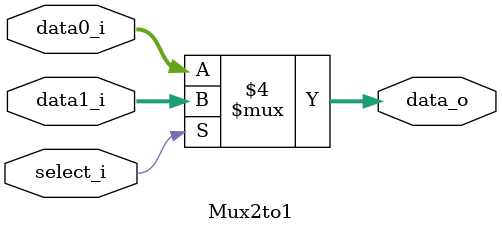
<source format=v>
module Mux2to1 (
    data0_i,
    data1_i,
    select_i,
    data_o
);

  parameter size = 32;

  //I/O ports
  input [size-1:0] data0_i;
  input [size-1:0] data1_i;
  input select_i;

  output [size-1:0] data_o;

  //Internal Signals
  reg [size-1:0] data_o;

  //Main function
  /*your code here*/

  always @(*) begin
    
    if (select_i==0) begin
      
      data_o=data0_i;
    
    end
    else begin

      data_o=data1_i;
    end

  end

endmodule

</source>
